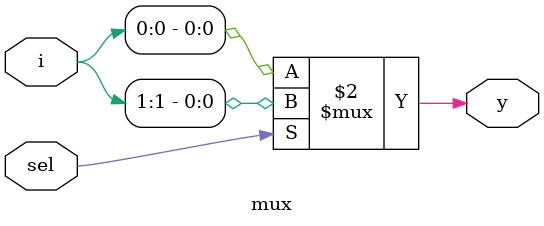
<source format=v>
module mux(input wire [1:0] i,input wire sel,output reg y);
        always@(*) begin
            y=sel ? i[1]:i[0];//using relational operator
            /*if(sel)
                y=i[1];
              else
              y=i[1];*/
        end
endmodule
</source>
